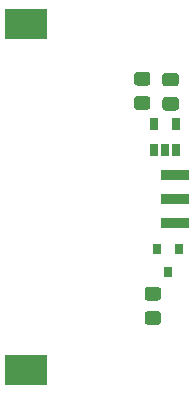
<source format=gbr>
%TF.GenerationSoftware,KiCad,Pcbnew,(5.1.7)-1*%
%TF.CreationDate,2022-08-04T10:30:13+03:00*%
%TF.ProjectId,battbrd,62617474-6272-4642-9e6b-696361645f70,rev?*%
%TF.SameCoordinates,Original*%
%TF.FileFunction,Soldermask,Top*%
%TF.FilePolarity,Negative*%
%FSLAX46Y46*%
G04 Gerber Fmt 4.6, Leading zero omitted, Abs format (unit mm)*
G04 Created by KiCad (PCBNEW (5.1.7)-1) date 2022-08-04 10:30:13*
%MOMM*%
%LPD*%
G01*
G04 APERTURE LIST*
%ADD10R,2.350000X0.850000*%
%ADD11R,0.650000X1.060000*%
%ADD12R,0.800000X0.900000*%
%ADD13R,3.600000X2.600000*%
G04 APERTURE END LIST*
D10*
%TO.C,J1*%
X167950000Y-86800000D03*
X167950000Y-84800000D03*
X167950000Y-88800000D03*
%TD*%
D11*
%TO.C,U8*%
X166150000Y-80450000D03*
X168050000Y-80450000D03*
X168050000Y-82650000D03*
X167100000Y-82650000D03*
X166150000Y-82650000D03*
%TD*%
%TO.C,R2*%
G36*
G01*
X165600001Y-77200000D02*
X164699999Y-77200000D01*
G75*
G02*
X164450000Y-76950001I0J249999D01*
G01*
X164450000Y-76299999D01*
G75*
G02*
X164699999Y-76050000I249999J0D01*
G01*
X165600001Y-76050000D01*
G75*
G02*
X165850000Y-76299999I0J-249999D01*
G01*
X165850000Y-76950001D01*
G75*
G02*
X165600001Y-77200000I-249999J0D01*
G01*
G37*
G36*
G01*
X165600001Y-79250000D02*
X164699999Y-79250000D01*
G75*
G02*
X164450000Y-79000001I0J249999D01*
G01*
X164450000Y-78349999D01*
G75*
G02*
X164699999Y-78100000I249999J0D01*
G01*
X165600001Y-78100000D01*
G75*
G02*
X165850000Y-78349999I0J-249999D01*
G01*
X165850000Y-79000001D01*
G75*
G02*
X165600001Y-79250000I-249999J0D01*
G01*
G37*
%TD*%
D12*
%TO.C,D2*%
X167350000Y-93000000D03*
X166400000Y-91000000D03*
X168300000Y-91000000D03*
%TD*%
%TO.C,C14*%
G36*
G01*
X166500001Y-95400000D02*
X165599999Y-95400000D01*
G75*
G02*
X165350000Y-95150001I0J249999D01*
G01*
X165350000Y-94499999D01*
G75*
G02*
X165599999Y-94250000I249999J0D01*
G01*
X166500001Y-94250000D01*
G75*
G02*
X166750000Y-94499999I0J-249999D01*
G01*
X166750000Y-95150001D01*
G75*
G02*
X166500001Y-95400000I-249999J0D01*
G01*
G37*
G36*
G01*
X166500001Y-97450000D02*
X165599999Y-97450000D01*
G75*
G02*
X165350000Y-97200001I0J249999D01*
G01*
X165350000Y-96549999D01*
G75*
G02*
X165599999Y-96300000I249999J0D01*
G01*
X166500001Y-96300000D01*
G75*
G02*
X166750000Y-96549999I0J-249999D01*
G01*
X166750000Y-97200001D01*
G75*
G02*
X166500001Y-97450000I-249999J0D01*
G01*
G37*
%TD*%
%TO.C,C13*%
G36*
G01*
X168000001Y-77275000D02*
X167099999Y-77275000D01*
G75*
G02*
X166850000Y-77025001I0J249999D01*
G01*
X166850000Y-76374999D01*
G75*
G02*
X167099999Y-76125000I249999J0D01*
G01*
X168000001Y-76125000D01*
G75*
G02*
X168250000Y-76374999I0J-249999D01*
G01*
X168250000Y-77025001D01*
G75*
G02*
X168000001Y-77275000I-249999J0D01*
G01*
G37*
G36*
G01*
X168000001Y-79325000D02*
X167099999Y-79325000D01*
G75*
G02*
X166850000Y-79075001I0J249999D01*
G01*
X166850000Y-78424999D01*
G75*
G02*
X167099999Y-78175000I249999J0D01*
G01*
X168000001Y-78175000D01*
G75*
G02*
X168250000Y-78424999I0J-249999D01*
G01*
X168250000Y-79075001D01*
G75*
G02*
X168000001Y-79325000I-249999J0D01*
G01*
G37*
%TD*%
D13*
%TO.C,BT1*%
X155300000Y-101300000D03*
X155300000Y-72000000D03*
%TD*%
M02*

</source>
